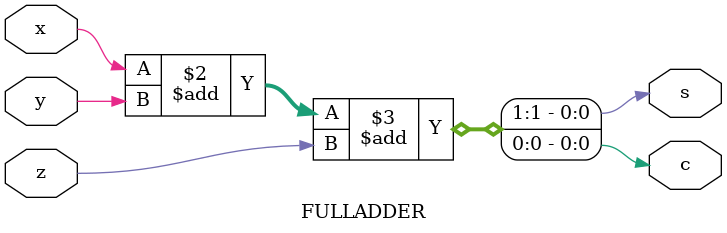
<source format=v>
module FULLADDER(s,c,x,y,z);
	output s,c;
	input x,y,z;
	reg s,c;
	always @(x,y,z)
	{s,c} = x+y+z;
endmodule
</source>
